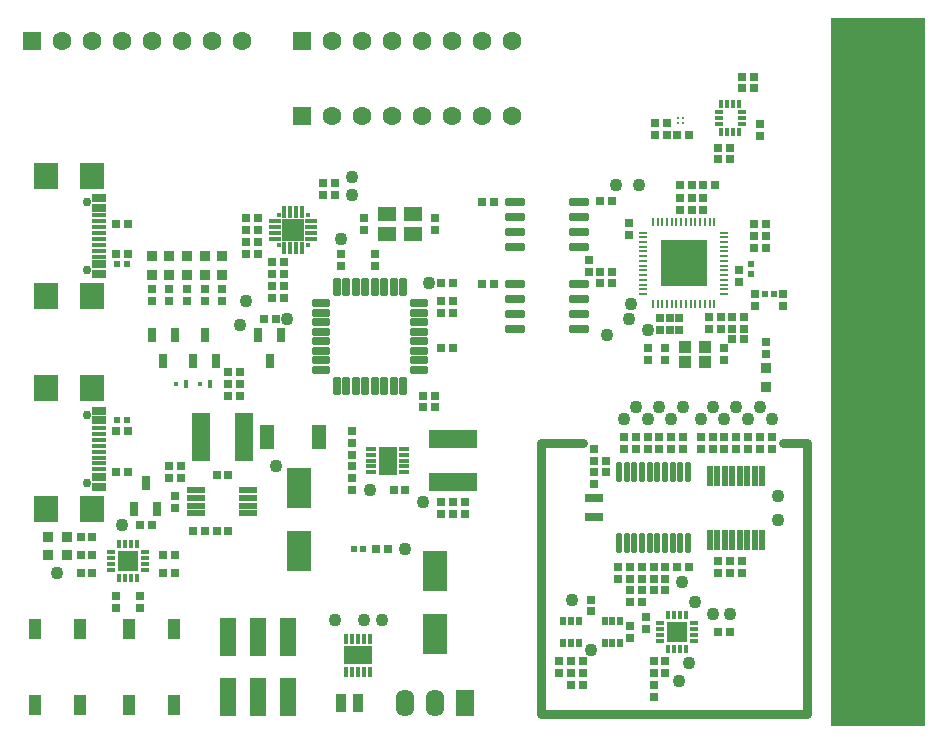
<source format=gbr>
%TF.GenerationSoftware,Altium Limited,Altium Designer,22.2.1 (43)*%
G04 Layer_Color=8388736*
%FSLAX26Y26*%
%MOIN*%
%TF.SameCoordinates,FBDAFD36-F916-462A-90D8-3015B88DE517*%
%TF.FilePolarity,Negative*%
%TF.FileFunction,Soldermask,Top*%
%TF.Part,Single*%
G01*
G75*
%TA.AperFunction,SMDPad,CuDef*%
%ADD12R,0.008000X0.030000*%
%ADD16R,0.030000X0.008000*%
%ADD17R,0.158000X0.158000*%
%ADD45R,0.060000X0.098000*%
%ADD50R,0.098000X0.060000*%
%ADD52R,0.070866X0.070866*%
%ADD96C,0.043307*%
%TA.AperFunction,ComponentPad*%
%ADD99C,0.062992*%
%ADD100R,0.062992X0.062992*%
%ADD101R,0.062992X0.090551*%
%ADD102C,0.003937*%
%ADD103O,0.062992X0.090551*%
%ADD104C,0.029528*%
%TA.AperFunction,NonConductor*%
%ADD115C,0.030000*%
%ADD116R,0.314961X2.362205*%
%TA.AperFunction,SMDPad,CuDef*%
G04:AMPARAMS|DCode=117|XSize=62.598mil|YSize=25.59mil|CornerRadius=4.675mil|HoleSize=0mil|Usage=FLASHONLY|Rotation=270.000|XOffset=0mil|YOffset=0mil|HoleType=Round|Shape=RoundedRectangle|*
%AMROUNDEDRECTD117*
21,1,0.062598,0.016240,0,0,270.0*
21,1,0.053248,0.025590,0,0,270.0*
1,1,0.009350,-0.008120,-0.026624*
1,1,0.009350,-0.008120,0.026624*
1,1,0.009350,0.008120,0.026624*
1,1,0.009350,0.008120,-0.026624*
%
%ADD117ROUNDEDRECTD117*%
G04:AMPARAMS|DCode=118|XSize=62.598mil|YSize=25.59mil|CornerRadius=4.675mil|HoleSize=0mil|Usage=FLASHONLY|Rotation=0.000|XOffset=0mil|YOffset=0mil|HoleType=Round|Shape=RoundedRectangle|*
%AMROUNDEDRECTD118*
21,1,0.062598,0.016240,0,0,0.0*
21,1,0.053248,0.025590,0,0,0.0*
1,1,0.009350,0.026624,-0.008120*
1,1,0.009350,-0.026624,-0.008120*
1,1,0.009350,-0.026624,0.008120*
1,1,0.009350,0.026624,0.008120*
%
%ADD118ROUNDEDRECTD118*%
%ADD119R,0.027559X0.027559*%
%ADD120R,0.027559X0.027559*%
%ADD121R,0.027559X0.025590*%
%ADD122R,0.053937X0.129134*%
%ADD123R,0.161417X0.062992*%
%ADD124R,0.035937X0.013937*%
%ADD125R,0.025590X0.027559*%
%ADD126R,0.019685X0.023622*%
%ADD127R,0.051181X0.078740*%
G04:AMPARAMS|DCode=128|XSize=61.024mil|YSize=21.654mil|CornerRadius=2.854mil|HoleSize=0mil|Usage=FLASHONLY|Rotation=180.000|XOffset=0mil|YOffset=0mil|HoleType=Round|Shape=RoundedRectangle|*
%AMROUNDEDRECTD128*
21,1,0.061024,0.015945,0,0,180.0*
21,1,0.055315,0.021654,0,0,180.0*
1,1,0.005709,-0.027657,0.007973*
1,1,0.005709,0.027657,0.007973*
1,1,0.005709,0.027657,-0.007973*
1,1,0.005709,-0.027657,-0.007973*
%
%ADD128ROUNDEDRECTD128*%
%ADD129R,0.082677X0.135827*%
G04:AMPARAMS|DCode=130|XSize=66.929mil|YSize=20.079mil|CornerRadius=2.776mil|HoleSize=0mil|Usage=FLASHONLY|Rotation=90.000|XOffset=0mil|YOffset=0mil|HoleType=Round|Shape=RoundedRectangle|*
%AMROUNDEDRECTD130*
21,1,0.066929,0.014527,0,0,90.0*
21,1,0.061378,0.020079,0,0,90.0*
1,1,0.005551,0.007264,0.030689*
1,1,0.005551,0.007264,-0.030689*
1,1,0.005551,-0.007264,-0.030689*
1,1,0.005551,-0.007264,0.030689*
%
%ADD130ROUNDEDRECTD130*%
%ADD131R,0.029528X0.013780*%
%ADD132R,0.013780X0.029528*%
%ADD133R,0.020472X0.027559*%
G04:AMPARAMS|DCode=134|XSize=64.961mil|YSize=27.559mil|CornerRadius=3.15mil|HoleSize=0mil|Usage=FLASHONLY|Rotation=0.000|XOffset=0mil|YOffset=0mil|HoleType=Round|Shape=RoundedRectangle|*
%AMROUNDEDRECTD134*
21,1,0.064961,0.021260,0,0,0.0*
21,1,0.058661,0.027559,0,0,0.0*
1,1,0.006299,0.029331,-0.010630*
1,1,0.006299,-0.029331,-0.010630*
1,1,0.006299,-0.029331,0.010630*
1,1,0.006299,0.029331,0.010630*
%
%ADD134ROUNDEDRECTD134*%
%ADD135R,0.026937X0.017937*%
%ADD136R,0.017937X0.026937*%
%ADD137C,0.012992*%
%ADD138R,0.035433X0.035433*%
G04:AMPARAMS|DCode=139|XSize=66.929mil|YSize=17.716mil|CornerRadius=2.658mil|HoleSize=0mil|Usage=FLASHONLY|Rotation=270.000|XOffset=0mil|YOffset=0mil|HoleType=Round|Shape=RoundedRectangle|*
%AMROUNDEDRECTD139*
21,1,0.066929,0.012402,0,0,270.0*
21,1,0.061614,0.017716,0,0,270.0*
1,1,0.005315,-0.006201,-0.030807*
1,1,0.005315,-0.006201,0.030807*
1,1,0.005315,0.006201,0.030807*
1,1,0.005315,0.006201,-0.030807*
%
%ADD139ROUNDEDRECTD139*%
%ADD140R,0.061024X0.027559*%
%ADD141R,0.043307X0.039370*%
%ADD142R,0.043307X0.066929*%
%ADD143R,0.059055X0.051181*%
%ADD144R,0.027559X0.045276*%
%ADD145R,0.062992X0.161417*%
%ADD146R,0.035433X0.035433*%
%ADD147R,0.035433X0.062992*%
%ADD148R,0.013937X0.035937*%
%ADD149R,0.039370X0.015748*%
%ADD150R,0.074803X0.074803*%
%ADD151R,0.015748X0.039370*%
%ADD152R,0.017716X0.017716*%
%TA.AperFunction,ConnectorPad*%
%ADD153R,0.082677X0.089764*%
%ADD154R,0.049213X0.015748*%
%ADD155R,0.049213X0.027559*%
%TA.AperFunction,SMDPad,CuDef*%
%ADD156R,0.017323X0.011811*%
%ADD157R,0.017323X0.014173*%
%ADD158R,0.023622X0.019685*%
D12*
X3332504Y3293481D02*
D03*
X3316756D02*
D03*
X3301008Y3293480D02*
D03*
X3285260Y3293480D02*
D03*
X3269512Y3293481D02*
D03*
X3253763Y3293480D02*
D03*
X3238015Y3293480D02*
D03*
X3222267Y3293480D02*
D03*
X3206519Y3293480D02*
D03*
X3190771Y3293481D02*
D03*
X3175023Y3293480D02*
D03*
X3159275Y3293480D02*
D03*
X3143527D02*
D03*
X3127779Y3293480D02*
D03*
Y3021480D02*
D03*
X3143527D02*
D03*
X3159276Y3021480D02*
D03*
X3175023Y3021481D02*
D03*
X3190771Y3021480D02*
D03*
X3206520Y3021481D02*
D03*
X3222267Y3021480D02*
D03*
X3238015Y3021480D02*
D03*
X3253764Y3021480D02*
D03*
X3269512Y3021480D02*
D03*
X3285260Y3021480D02*
D03*
X3301008Y3021480D02*
D03*
X3316756D02*
D03*
X3332504Y3021481D02*
D03*
D16*
X3366142Y3055118D02*
D03*
Y3070866D02*
D03*
X3366142Y3086614D02*
D03*
X3366141Y3102362D02*
D03*
X3366142Y3118110D02*
D03*
X3366141Y3133859D02*
D03*
X3366141Y3149606D02*
D03*
X3366142Y3165354D02*
D03*
X3366142Y3181102D02*
D03*
X3366142Y3196851D02*
D03*
X3366141Y3212599D02*
D03*
X3366142Y3228347D02*
D03*
Y3244095D02*
D03*
X3366141Y3259842D02*
D03*
X3094141D02*
D03*
Y3244095D02*
D03*
X3094142Y3228346D02*
D03*
X3094142Y3212599D02*
D03*
X3094141Y3196850D02*
D03*
X3094142Y3181102D02*
D03*
X3094142Y3165354D02*
D03*
X3094142Y3149606D02*
D03*
X3094141Y3133858D02*
D03*
X3094141Y3118110D02*
D03*
X3094142Y3102362D02*
D03*
X3094141Y3086614D02*
D03*
Y3070866D02*
D03*
X3094142Y3055118D02*
D03*
D17*
X3230142Y3157480D02*
D03*
D45*
X2244095Y2500000D02*
D03*
D50*
X2145669Y1850394D02*
D03*
D52*
X3208662Y1929134D02*
D03*
X1377953Y2165354D02*
D03*
D96*
X3149606Y2677165D02*
D03*
X3110236Y2637795D02*
D03*
X2165354Y1968504D02*
D03*
X2086614Y3239239D02*
D03*
X2381890Y3090551D02*
D03*
X2362205Y2362205D02*
D03*
X1870079Y2480315D02*
D03*
X2303150Y2204724D02*
D03*
X3110996Y2934291D02*
D03*
X2125984Y3444882D02*
D03*
Y3385827D02*
D03*
X3046865Y2970603D02*
D03*
X2921588Y1868897D02*
D03*
X3248908Y1825510D02*
D03*
X3543307Y2303150D02*
D03*
Y2381890D02*
D03*
X3267717Y2027559D02*
D03*
X3326772Y1988189D02*
D03*
X3385827D02*
D03*
X3215875Y1765402D02*
D03*
X3223618Y2095818D02*
D03*
X2858606Y2036584D02*
D03*
X1751968Y2952756D02*
D03*
X1141732Y2125984D02*
D03*
X1909449Y2972441D02*
D03*
X2185039Y2401575D02*
D03*
X1358268Y2283465D02*
D03*
X3326772Y2677165D02*
D03*
X3188976Y2637795D02*
D03*
X3228346Y2677165D02*
D03*
X3070866D02*
D03*
X3031496Y2637795D02*
D03*
X3523622D02*
D03*
X3484252Y2677165D02*
D03*
X3444882Y2637795D02*
D03*
X3405512Y2677165D02*
D03*
X3287401Y2637795D02*
D03*
X3366142D02*
D03*
X3082348Y3418505D02*
D03*
X3003607D02*
D03*
X2224409Y1968504D02*
D03*
X2066929D02*
D03*
X1771654Y3031496D02*
D03*
X2974585Y2919608D02*
D03*
X3054203Y3020419D02*
D03*
D99*
X2658268Y3897637D02*
D03*
X2558269D02*
D03*
X2458268Y3897637D02*
D03*
X2358268Y3897638D02*
D03*
X2258268Y3897638D02*
D03*
X2158268Y3897637D02*
D03*
X2058268Y3897638D02*
D03*
X1258268Y3897638D02*
D03*
X1358268D02*
D03*
X1458268D02*
D03*
X1558268Y3897638D02*
D03*
X1658268D02*
D03*
X2058269Y3647638D02*
D03*
X2158269Y3647637D02*
D03*
X2258269Y3647638D02*
D03*
X2358269Y3647638D02*
D03*
X2458269Y3647638D02*
D03*
X2558269Y3647638D02*
D03*
X2658268Y3647637D02*
D03*
X1158268Y3897638D02*
D03*
X1758268Y3897637D02*
D03*
D100*
X1958268D02*
D03*
Y3647637D02*
D03*
X1058268Y3897638D02*
D03*
D101*
X2501574Y1692913D02*
D03*
D102*
X3078740Y3799213D02*
D03*
X3346457D02*
D03*
D103*
X2301575Y1692913D02*
D03*
X2401575D02*
D03*
D104*
X1240157Y3134252D02*
D03*
X1240158Y3361811D02*
D03*
X1240158Y2425591D02*
D03*
X1240158Y2653150D02*
D03*
D115*
X3641732Y1751968D02*
Y2559055D01*
X3562992D02*
X3641732D01*
X2755905D02*
X2893701D01*
X3641732Y1653543D02*
Y1751968D01*
X2755905Y1653543D02*
X3641732D01*
X2755905D02*
Y1791339D01*
Y2559055D01*
D116*
X3877953Y2795276D02*
D03*
D117*
X2295275Y2749213D02*
D03*
X2263780Y2749213D02*
D03*
X2232283Y2749213D02*
D03*
X2200787Y2749213D02*
D03*
X2169291Y2749213D02*
D03*
X2137795Y2749213D02*
D03*
X2106299Y2749213D02*
D03*
X2074803D02*
D03*
X2074803Y3077559D02*
D03*
X2106299Y3077559D02*
D03*
X2137795Y3077559D02*
D03*
X2169291Y3077559D02*
D03*
X2200788Y3077559D02*
D03*
X2232283D02*
D03*
X2263780Y3077559D02*
D03*
X2295275D02*
D03*
D118*
X2349212Y3023622D02*
D03*
X2349212Y2992126D02*
D03*
X2349212Y2960630D02*
D03*
X2349213Y2929134D02*
D03*
X2349212Y2897638D02*
D03*
X2349212Y2866142D02*
D03*
Y2834646D02*
D03*
Y2803150D02*
D03*
X2020866Y2803150D02*
D03*
Y2834646D02*
D03*
Y2866142D02*
D03*
Y2897638D02*
D03*
X2020866Y2929134D02*
D03*
Y2960630D02*
D03*
X2020866Y2992126D02*
D03*
Y3023622D02*
D03*
D119*
X3431823Y2906073D02*
D03*
X3392450D02*
D03*
X3346458Y2165358D02*
D03*
Y2125988D02*
D03*
X3133859Y3625988D02*
D03*
X3173232D02*
D03*
X3173227Y3586610D02*
D03*
X3133855D02*
D03*
X3425198Y3740161D02*
D03*
X3464571D02*
D03*
X3425198Y3779531D02*
D03*
X3464571D02*
D03*
X3011812Y2145673D02*
D03*
X3051185Y2145673D02*
D03*
X3385831Y2165358D02*
D03*
Y2125988D02*
D03*
X2460634Y2992130D02*
D03*
X2421261Y2992130D02*
D03*
X2460633Y3031500D02*
D03*
X2421261D02*
D03*
X2362201Y2716532D02*
D03*
X2401574Y2716532D02*
D03*
X2460634Y2874019D02*
D03*
X2421261Y2874020D02*
D03*
X1535437Y2185043D02*
D03*
X1496064D02*
D03*
X2263776Y2401571D02*
D03*
X2303149D02*
D03*
X1857941Y3160179D02*
D03*
X1897314D02*
D03*
X1857941Y3120809D02*
D03*
X1897314D02*
D03*
X1811027Y3188980D02*
D03*
X1771655D02*
D03*
X1811027Y3307090D02*
D03*
X1771655D02*
D03*
X3335408Y3417128D02*
D03*
X3296035D02*
D03*
X3218362D02*
D03*
X3257735D02*
D03*
X3503941Y3208665D02*
D03*
X3464568D02*
D03*
X3503941Y3248035D02*
D03*
X3464568D02*
D03*
X3503941Y3287405D02*
D03*
X3464568D02*
D03*
X2992130Y3366146D02*
D03*
X2952757D02*
D03*
X2992130Y3090555D02*
D03*
X2952757D02*
D03*
D120*
X3392450Y2978970D02*
D03*
Y2939597D02*
D03*
X2500004Y2362204D02*
D03*
X2460630Y2362207D02*
D03*
X2421263Y2362204D02*
D03*
X2125981Y2559056D02*
D03*
X3104596Y1938978D02*
D03*
X3484252Y3622047D02*
D03*
Y3582674D02*
D03*
X2972437Y2460631D02*
D03*
X2972436Y2500004D02*
D03*
X3425193Y2125985D02*
D03*
Y2165358D02*
D03*
X3104596Y1978351D02*
D03*
X3129925Y2145668D02*
D03*
Y2106296D02*
D03*
X3090547Y2106300D02*
D03*
Y2145673D02*
D03*
X3049266Y3251759D02*
D03*
Y3291132D02*
D03*
X3353822Y2939597D02*
D03*
Y2978970D02*
D03*
X3562992Y3015745D02*
D03*
Y3055118D02*
D03*
X3468504Y3015745D02*
D03*
Y3055118D02*
D03*
X3315193Y2939597D02*
D03*
Y2978970D02*
D03*
X2200787Y3188980D02*
D03*
X2200787Y3149608D02*
D03*
X2165358Y3267713D02*
D03*
X2165358Y3307086D02*
D03*
X2401571Y3307091D02*
D03*
X2401571Y3267718D02*
D03*
X1338586Y2007870D02*
D03*
Y2047243D02*
D03*
X2421263Y2322831D02*
D03*
X2460630Y2322835D02*
D03*
X2500004Y2322831D02*
D03*
X2125981Y2598429D02*
D03*
X1535429Y2381894D02*
D03*
Y2342521D02*
D03*
X1555122Y2440941D02*
D03*
Y2480314D02*
D03*
X1515752Y2440941D02*
D03*
Y2480314D02*
D03*
X3218775Y3374569D02*
D03*
Y3335197D02*
D03*
X3183321Y2935565D02*
D03*
Y2974938D02*
D03*
X3151626Y2935565D02*
D03*
Y2974938D02*
D03*
X3414617Y3133862D02*
D03*
Y3094490D02*
D03*
X3169295Y2834642D02*
D03*
Y2874015D02*
D03*
X3366138Y2874019D02*
D03*
Y2834647D02*
D03*
D121*
X2421260Y3090551D02*
D03*
X2460630D02*
D03*
X1712598Y2263780D02*
D03*
X3169291Y1791339D02*
D03*
X2244094Y2204724D02*
D03*
X1377953Y3287402D02*
D03*
X1338583D02*
D03*
X1377953Y2460630D02*
D03*
X1338583D02*
D03*
X3248031Y3586610D02*
D03*
X3208661D02*
D03*
X1377953Y3188976D02*
D03*
X1338583D02*
D03*
X1377953Y2598425D02*
D03*
X1338583D02*
D03*
X2992126Y3129921D02*
D03*
X2952756D02*
D03*
X3346457Y1929134D02*
D03*
X3385827D02*
D03*
X2854331Y1751969D02*
D03*
X2893701D02*
D03*
X3090551Y2027559D02*
D03*
X3051181D02*
D03*
X3129921Y1791339D02*
D03*
X3169291Y1830709D02*
D03*
X3129921Y1830708D02*
D03*
X3169291Y2066930D02*
D03*
X3129921D02*
D03*
X3248031Y2145669D02*
D03*
X3208661Y2145669D02*
D03*
X3051181Y2066930D02*
D03*
X3090551Y2066929D02*
D03*
X3011811Y2106300D02*
D03*
X3051181Y2106299D02*
D03*
X2362205Y2677165D02*
D03*
X2401575Y2677165D02*
D03*
X1220472Y2244095D02*
D03*
X1259842D02*
D03*
X1220472Y2185039D02*
D03*
X1259842D02*
D03*
X1830709Y2972441D02*
D03*
X1870079D02*
D03*
X1259842Y2125984D02*
D03*
X1220472D02*
D03*
X1496063D02*
D03*
X1535433D02*
D03*
X1673228Y2452756D02*
D03*
X1712598D02*
D03*
X1456693Y2283465D02*
D03*
X1417323D02*
D03*
X1673228Y2263780D02*
D03*
X1633858D02*
D03*
X1594488D02*
D03*
X2204724Y2204724D02*
D03*
X1897315Y3081443D02*
D03*
X1857945D02*
D03*
X1811024Y3267717D02*
D03*
X1771654D02*
D03*
X2066929Y3385827D02*
D03*
X2027559D02*
D03*
X1811024Y3228347D02*
D03*
X1771654D02*
D03*
X2066929Y3425197D02*
D03*
X2027559D02*
D03*
X1897315Y3042073D02*
D03*
X1857945D02*
D03*
X1751968Y2795276D02*
D03*
X1712599D02*
D03*
X1751968Y2755905D02*
D03*
X1712599D02*
D03*
X1751968Y2716535D02*
D03*
X1712599D02*
D03*
X2559055Y3362402D02*
D03*
X2598425D02*
D03*
X2559055Y3086811D02*
D03*
X2598425D02*
D03*
D122*
X1711024Y1711024D02*
D03*
Y1911024D02*
D03*
X1811024Y1911024D02*
D03*
X1911024Y1911024D02*
D03*
Y1711024D02*
D03*
X1811024Y1711023D02*
D03*
D123*
X2460630Y2429134D02*
D03*
Y2570866D02*
D03*
D124*
X2299095Y2480315D02*
D03*
X2189094Y2539370D02*
D03*
X2189094Y2519685D02*
D03*
X2189094Y2480315D02*
D03*
X2189095Y2500000D02*
D03*
Y2460630D02*
D03*
X2299095Y2460630D02*
D03*
X2299095Y2500000D02*
D03*
X2299095Y2519685D02*
D03*
X2299095Y2539370D02*
D03*
D125*
X2125984Y2519685D02*
D03*
X2922940Y1997214D02*
D03*
X2893701Y1791339D02*
D03*
X3346457Y3503937D02*
D03*
Y3543307D02*
D03*
X3385827Y3503937D02*
D03*
Y3543307D02*
D03*
X2913386Y3169291D02*
D03*
Y3129921D02*
D03*
X3110236Y2874016D02*
D03*
Y2834646D02*
D03*
X3214032Y2975031D02*
D03*
Y2935661D02*
D03*
X3523622Y2539370D02*
D03*
Y2578740D02*
D03*
X3484252Y2539370D02*
D03*
Y2578740D02*
D03*
X3444882Y2539370D02*
D03*
Y2578740D02*
D03*
X3405512Y2539370D02*
D03*
Y2578740D02*
D03*
X3366142Y2539370D02*
D03*
Y2578740D02*
D03*
X3326772Y2539370D02*
D03*
Y2578740D02*
D03*
X3287402Y2539370D02*
D03*
Y2578740D02*
D03*
X2854331Y1791339D02*
D03*
Y1830709D02*
D03*
X3051181Y1909449D02*
D03*
Y1948819D02*
D03*
X2893701Y1830709D02*
D03*
X2922940Y2036584D02*
D03*
X2814961Y1791339D02*
D03*
Y1830709D02*
D03*
X3129921Y1712599D02*
D03*
Y1751969D02*
D03*
X3169291Y2145669D02*
D03*
X3169291Y2106299D02*
D03*
X2933071Y2460630D02*
D03*
Y2421260D02*
D03*
X3149606Y2578740D02*
D03*
X3149606Y2539370D02*
D03*
X3031496Y2578740D02*
D03*
X3031496Y2539370D02*
D03*
X3110236Y2578740D02*
D03*
X3110236Y2539370D02*
D03*
X3188977Y2578740D02*
D03*
X3188976Y2539370D02*
D03*
X3070865Y2578740D02*
D03*
X3070866Y2539370D02*
D03*
X2933070Y2539370D02*
D03*
X2933071Y2500000D02*
D03*
X3228347Y2578740D02*
D03*
X3228346Y2539370D02*
D03*
X2086614Y3188977D02*
D03*
X2086614Y3149606D02*
D03*
X1417323Y2047244D02*
D03*
Y2007874D02*
D03*
X2125984Y2480315D02*
D03*
Y2401575D02*
D03*
Y2440945D02*
D03*
X3503937Y2893701D02*
D03*
Y2854331D02*
D03*
X1692913Y3031496D02*
D03*
Y3070866D02*
D03*
X1633858Y3031496D02*
D03*
Y3070866D02*
D03*
X1574803Y3031496D02*
D03*
X1574803Y3070866D02*
D03*
X1515748Y3031496D02*
D03*
Y3070866D02*
D03*
X1456693Y3031496D02*
D03*
Y3070866D02*
D03*
X3257735Y3335198D02*
D03*
Y3374568D02*
D03*
X3296035Y3335198D02*
D03*
Y3374568D02*
D03*
X3431079Y2978967D02*
D03*
Y2939597D02*
D03*
D126*
X2129921Y2204725D02*
D03*
X3500000Y3055118D02*
D03*
X3531496Y3055118D02*
D03*
X2161417Y2204724D02*
D03*
X1342520Y3153544D02*
D03*
X1374016Y3153543D02*
D03*
X1342520Y2633858D02*
D03*
X1374016Y2633858D02*
D03*
D127*
X2015748Y2578740D02*
D03*
X1842520D02*
D03*
D128*
X1606299Y2375000D02*
D03*
X1779528D02*
D03*
X1779527Y2349410D02*
D03*
X1606299Y2400591D02*
D03*
X1606300Y2349409D02*
D03*
X1606299Y2323819D02*
D03*
X1779528Y2323819D02*
D03*
X1779527Y2400591D02*
D03*
D129*
X1948819Y2407481D02*
D03*
X2401575Y2131890D02*
D03*
X1948819Y2198819D02*
D03*
X2401575Y1923228D02*
D03*
D130*
X3368012Y2236221D02*
D03*
X3318012Y2448819D02*
D03*
X3343012Y2448819D02*
D03*
X3368012Y2448819D02*
D03*
X3393011D02*
D03*
X3418012Y2448819D02*
D03*
X3443012Y2448819D02*
D03*
X3468012Y2448819D02*
D03*
X3493012D02*
D03*
X3493012Y2236220D02*
D03*
X3468012Y2236221D02*
D03*
X3343012Y2236221D02*
D03*
X3393012Y2236221D02*
D03*
X3418012Y2236221D02*
D03*
X3443012D02*
D03*
X3318012D02*
D03*
D131*
X3152559Y1938977D02*
D03*
X3152559Y1958662D02*
D03*
X3152559Y1919292D02*
D03*
X3152559Y1899607D02*
D03*
X3264764D02*
D03*
X3264764Y1919292D02*
D03*
X3264764Y1938977D02*
D03*
X3264764Y1958662D02*
D03*
X1434055Y2135827D02*
D03*
Y2155512D02*
D03*
Y2175197D02*
D03*
Y2194882D02*
D03*
X1321850Y2194882D02*
D03*
Y2175197D02*
D03*
Y2155512D02*
D03*
Y2135827D02*
D03*
D132*
X3198819Y1873032D02*
D03*
X3179134Y1985237D02*
D03*
X3198819Y1985237D02*
D03*
X3218504Y1985237D02*
D03*
X3179134Y1873032D02*
D03*
X3218504Y1873032D02*
D03*
X3238189Y1873032D02*
D03*
X3238190Y1985236D02*
D03*
X1407480Y2109252D02*
D03*
X1387795D02*
D03*
X1368110D02*
D03*
X1407480Y2221457D02*
D03*
X1387795D02*
D03*
X1368110D02*
D03*
X1348425D02*
D03*
X1348425Y2109252D02*
D03*
D133*
X2966536Y1966536D02*
D03*
X3017716Y1891733D02*
D03*
X2879921Y1891732D02*
D03*
X2854330Y1891733D02*
D03*
X2828740Y1891732D02*
D03*
X2828740Y1966536D02*
D03*
X2854330Y1966535D02*
D03*
X2879921Y1966536D02*
D03*
X2992126Y1966536D02*
D03*
X3017716D02*
D03*
X2992126Y1891733D02*
D03*
X2966535Y1891732D02*
D03*
D134*
X2881890Y3362402D02*
D03*
X2881890Y3312402D02*
D03*
Y3262402D02*
D03*
X2881890Y3212402D02*
D03*
X2669291Y3212401D02*
D03*
X2669291Y3262402D02*
D03*
Y3312401D02*
D03*
X2669291Y3362401D02*
D03*
X2669291Y3086811D02*
D03*
X2669291Y3036811D02*
D03*
Y2986811D02*
D03*
X2669291Y2936811D02*
D03*
X2881890Y2936811D02*
D03*
X2881890Y2986811D02*
D03*
Y3036811D02*
D03*
X2881890Y3086811D02*
D03*
D135*
X3348083Y3622042D02*
D03*
Y3641732D02*
D03*
Y3661422D02*
D03*
X3423571D02*
D03*
Y3641732D02*
D03*
Y3622042D02*
D03*
D136*
X3356292Y3689232D02*
D03*
X3375982D02*
D03*
X3395672D02*
D03*
X3415362D02*
D03*
Y3594232D02*
D03*
X3395672D02*
D03*
X3375982D02*
D03*
X3356292D02*
D03*
D137*
X3228347Y3625984D02*
D03*
X3212599D02*
D03*
X3228347Y3641732D02*
D03*
X3212599D02*
D03*
D138*
X1173228Y2244095D02*
D03*
X1110236D02*
D03*
X1173228Y2185039D02*
D03*
X1110236D02*
D03*
D139*
X3117126Y2460630D02*
D03*
X3142716Y2460630D02*
D03*
X3193897Y2224410D02*
D03*
X3219488Y2224410D02*
D03*
X3245079D02*
D03*
X3245078Y2460630D02*
D03*
X3219488Y2460630D02*
D03*
X3193898Y2460631D02*
D03*
X3168307Y2460630D02*
D03*
X3168307Y2224410D02*
D03*
X3142717Y2224410D02*
D03*
X3117126Y2224410D02*
D03*
X3091535D02*
D03*
X3065945Y2224410D02*
D03*
X3040354Y2224410D02*
D03*
X3014764Y2224409D02*
D03*
X3091535Y2460630D02*
D03*
X3065945Y2460630D02*
D03*
X3040354D02*
D03*
X3014763Y2460630D02*
D03*
D140*
X2933070Y2311024D02*
D03*
X2933070Y2374016D02*
D03*
D141*
X3234252Y2828740D02*
D03*
X3301181D02*
D03*
Y2879921D02*
D03*
X3234252D02*
D03*
D142*
X1381890Y1937008D02*
D03*
X1531496D02*
D03*
Y1685039D02*
D03*
X1381890D02*
D03*
X1066929Y1937008D02*
D03*
X1216535D02*
D03*
Y1685039D02*
D03*
X1066929D02*
D03*
D143*
X2326772Y3253938D02*
D03*
X2240157Y3253937D02*
D03*
X2240157Y3320866D02*
D03*
X2326772Y3320867D02*
D03*
D144*
X1887795Y2917323D02*
D03*
X1812992Y2917323D02*
D03*
X1850394Y2830709D02*
D03*
X1399606Y2338583D02*
D03*
X1474409D02*
D03*
X1437008Y2425197D02*
D03*
X1596457Y2830709D02*
D03*
X1671260D02*
D03*
X1633858Y2917323D02*
D03*
X1533465Y2917323D02*
D03*
X1458662Y2917323D02*
D03*
X1496063Y2830709D02*
D03*
D145*
X1622047Y2578740D02*
D03*
X1763780D02*
D03*
D146*
X3503937Y2807087D02*
D03*
Y2744094D02*
D03*
X1692913Y3118110D02*
D03*
Y3181102D02*
D03*
X1633858Y3118110D02*
D03*
Y3181102D02*
D03*
X1574803Y3118110D02*
D03*
Y3181102D02*
D03*
X1515748Y3118110D02*
D03*
Y3181102D02*
D03*
X1456693Y3118110D02*
D03*
Y3181102D02*
D03*
D147*
X2086614Y1692913D02*
D03*
X2145669D02*
D03*
D148*
X2106299Y1795394D02*
D03*
X2125984D02*
D03*
X2145669D02*
D03*
X2165354D02*
D03*
X2185039D02*
D03*
Y1905394D02*
D03*
X2165354D02*
D03*
X2145669D02*
D03*
X2125984D02*
D03*
X2106299D02*
D03*
D149*
X1989173Y3257874D02*
D03*
X1989173Y3238189D02*
D03*
X1989173Y3297244D02*
D03*
X1989174Y3277559D02*
D03*
X1869094Y3238189D02*
D03*
X1869094Y3257874D02*
D03*
X1869095Y3297244D02*
D03*
X1869095Y3277559D02*
D03*
D150*
X1929134Y3267716D02*
D03*
D151*
X1899607Y3207677D02*
D03*
X1958661Y3207677D02*
D03*
X1938977Y3207677D02*
D03*
X1919291Y3207677D02*
D03*
X1899607Y3327756D02*
D03*
X1919291Y3327756D02*
D03*
X1958661Y3327756D02*
D03*
X1938976Y3327756D02*
D03*
D152*
X1879921Y3218504D02*
D03*
X1978346Y3316929D02*
D03*
X1879921Y3316929D02*
D03*
X1978347Y3218504D02*
D03*
D153*
X1105118Y3046851D02*
D03*
X1105118Y3449213D02*
D03*
X1259842Y3046850D02*
D03*
X1259842Y3449213D02*
D03*
X1105118Y2338189D02*
D03*
X1105118Y2740551D02*
D03*
X1259843Y2338189D02*
D03*
X1259843Y2740552D02*
D03*
D154*
X1282480Y3238189D02*
D03*
X1282481Y3257874D02*
D03*
X1282480Y3218504D02*
D03*
X1282480Y3277559D02*
D03*
X1282480Y3198819D02*
D03*
X1282480Y3297244D02*
D03*
X1282481Y3179134D02*
D03*
Y3316929D02*
D03*
X1282480Y2529528D02*
D03*
X1282481Y2549213D02*
D03*
X1282480Y2509843D02*
D03*
X1282481Y2568898D02*
D03*
X1282481Y2490157D02*
D03*
X1282481Y2588583D02*
D03*
X1282481Y2470472D02*
D03*
X1282481Y2608268D02*
D03*
D155*
X1282480Y3122048D02*
D03*
X1282480Y3153544D02*
D03*
X1282480Y3342520D02*
D03*
X1282480Y3374016D02*
D03*
X1282481Y2413386D02*
D03*
X1282480Y2444882D02*
D03*
X1282481Y2633858D02*
D03*
X1282481Y2665354D02*
D03*
D156*
X1650787Y2748425D02*
D03*
X1650787Y2763386D02*
D03*
X1572047Y2748425D02*
D03*
X1572047Y2763386D02*
D03*
D157*
X1616929Y2755905D02*
D03*
X1538189Y2755905D02*
D03*
D158*
X3455148Y3154709D02*
D03*
X3455148Y3123213D02*
D03*
%TF.MD5,d6c573f7851fd68f69a2998fed7f1e00*%
M02*

</source>
